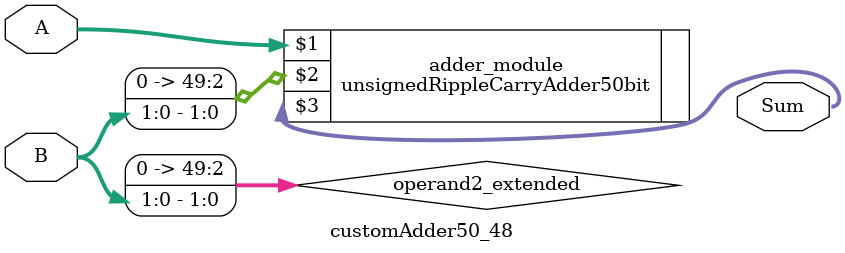
<source format=v>
module customAdder50_48(
                        input [49 : 0] A,
                        input [1 : 0] B,
                        
                        output [50 : 0] Sum
                );

        wire [49 : 0] operand2_extended;
        
        assign operand2_extended =  {48'b0, B};
        
        unsignedRippleCarryAdder50bit adder_module(
            A,
            operand2_extended,
            Sum
        );
        
        endmodule
        
</source>
